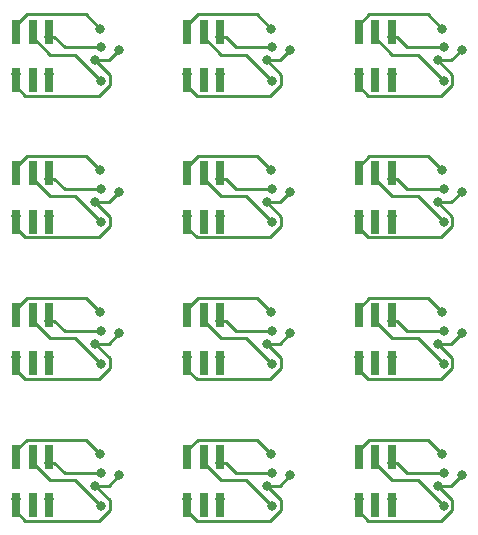
<source format=gbr>
G04 #@! TF.GenerationSoftware,KiCad,Pcbnew,5.0.2-bee76a0~70~ubuntu18.04.1*
G04 #@! TF.CreationDate,2020-02-19T12:34:17+01:00*
G04 #@! TF.ProjectId,output.schmitt_trigger_adapter,6f757470-7574-42e7-9363-686d6974745f,rev?*
G04 #@! TF.SameCoordinates,Original*
G04 #@! TF.FileFunction,Copper,L1,Top*
G04 #@! TF.FilePolarity,Positive*
%FSLAX46Y46*%
G04 Gerber Fmt 4.6, Leading zero omitted, Abs format (unit mm)*
G04 Created by KiCad (PCBNEW 5.0.2-bee76a0~70~ubuntu18.04.1) date Wed 19 Feb 2020 12:34:17 PM CET*
%MOMM*%
%LPD*%
G01*
G04 APERTURE LIST*
G04 #@! TA.AperFunction,SMDPad,CuDef*
%ADD10R,0.700000X2.000000*%
G04 #@! TD*
G04 #@! TA.AperFunction,ViaPad*
%ADD11C,0.800000*%
G04 #@! TD*
G04 #@! TA.AperFunction,Conductor*
%ADD12C,0.250000*%
G04 #@! TD*
G04 APERTURE END LIST*
D10*
G04 #@! TO.P,J1,1*
G04 #@! TO.N,+3V3*
X165700000Y-109950000D03*
G04 #@! TO.P,J1,2*
G04 #@! TO.N,/E1_filtered*
X164300000Y-109950000D03*
G04 #@! TO.P,J1,3*
G04 #@! TO.N,/E0_filtered*
X162900000Y-109950000D03*
G04 #@! TO.P,J1,4*
G04 #@! TO.N,GND*
X162900000Y-114050000D03*
G04 #@! TO.P,J1,6*
G04 #@! TO.N,/LED*
X165700000Y-114050000D03*
G04 #@! TO.P,J1,5*
G04 #@! TO.N,Net-(J1-Pad5)*
X164300000Y-114050000D03*
G04 #@! TD*
G04 #@! TO.P,J1,1*
G04 #@! TO.N,+3V3*
X151200000Y-109950000D03*
G04 #@! TO.P,J1,2*
G04 #@! TO.N,/E1_filtered*
X149800000Y-109950000D03*
G04 #@! TO.P,J1,3*
G04 #@! TO.N,/E0_filtered*
X148400000Y-109950000D03*
G04 #@! TO.P,J1,4*
G04 #@! TO.N,GND*
X148400000Y-114050000D03*
G04 #@! TO.P,J1,6*
G04 #@! TO.N,/LED*
X151200000Y-114050000D03*
G04 #@! TO.P,J1,5*
G04 #@! TO.N,Net-(J1-Pad5)*
X149800000Y-114050000D03*
G04 #@! TD*
G04 #@! TO.P,J1,1*
G04 #@! TO.N,+3V3*
X136700000Y-109950000D03*
G04 #@! TO.P,J1,2*
G04 #@! TO.N,/E1_filtered*
X135300000Y-109950000D03*
G04 #@! TO.P,J1,3*
G04 #@! TO.N,/E0_filtered*
X133900000Y-109950000D03*
G04 #@! TO.P,J1,4*
G04 #@! TO.N,GND*
X133900000Y-114050000D03*
G04 #@! TO.P,J1,6*
G04 #@! TO.N,/LED*
X136700000Y-114050000D03*
G04 #@! TO.P,J1,5*
G04 #@! TO.N,Net-(J1-Pad5)*
X135300000Y-114050000D03*
G04 #@! TD*
G04 #@! TO.P,J1,1*
G04 #@! TO.N,+3V3*
X165700000Y-97950000D03*
G04 #@! TO.P,J1,2*
G04 #@! TO.N,/E1_filtered*
X164300000Y-97950000D03*
G04 #@! TO.P,J1,3*
G04 #@! TO.N,/E0_filtered*
X162900000Y-97950000D03*
G04 #@! TO.P,J1,4*
G04 #@! TO.N,GND*
X162900000Y-102050000D03*
G04 #@! TO.P,J1,6*
G04 #@! TO.N,/LED*
X165700000Y-102050000D03*
G04 #@! TO.P,J1,5*
G04 #@! TO.N,Net-(J1-Pad5)*
X164300000Y-102050000D03*
G04 #@! TD*
G04 #@! TO.P,J1,1*
G04 #@! TO.N,+3V3*
X151200000Y-97950000D03*
G04 #@! TO.P,J1,2*
G04 #@! TO.N,/E1_filtered*
X149800000Y-97950000D03*
G04 #@! TO.P,J1,3*
G04 #@! TO.N,/E0_filtered*
X148400000Y-97950000D03*
G04 #@! TO.P,J1,4*
G04 #@! TO.N,GND*
X148400000Y-102050000D03*
G04 #@! TO.P,J1,6*
G04 #@! TO.N,/LED*
X151200000Y-102050000D03*
G04 #@! TO.P,J1,5*
G04 #@! TO.N,Net-(J1-Pad5)*
X149800000Y-102050000D03*
G04 #@! TD*
G04 #@! TO.P,J1,1*
G04 #@! TO.N,+3V3*
X136700000Y-97950000D03*
G04 #@! TO.P,J1,2*
G04 #@! TO.N,/E1_filtered*
X135300000Y-97950000D03*
G04 #@! TO.P,J1,3*
G04 #@! TO.N,/E0_filtered*
X133900000Y-97950000D03*
G04 #@! TO.P,J1,4*
G04 #@! TO.N,GND*
X133900000Y-102050000D03*
G04 #@! TO.P,J1,6*
G04 #@! TO.N,/LED*
X136700000Y-102050000D03*
G04 #@! TO.P,J1,5*
G04 #@! TO.N,Net-(J1-Pad5)*
X135300000Y-102050000D03*
G04 #@! TD*
G04 #@! TO.P,J1,1*
G04 #@! TO.N,+3V3*
X165700000Y-85950000D03*
G04 #@! TO.P,J1,2*
G04 #@! TO.N,/E1_filtered*
X164300000Y-85950000D03*
G04 #@! TO.P,J1,3*
G04 #@! TO.N,/E0_filtered*
X162900000Y-85950000D03*
G04 #@! TO.P,J1,4*
G04 #@! TO.N,GND*
X162900000Y-90050000D03*
G04 #@! TO.P,J1,6*
G04 #@! TO.N,/LED*
X165700000Y-90050000D03*
G04 #@! TO.P,J1,5*
G04 #@! TO.N,Net-(J1-Pad5)*
X164300000Y-90050000D03*
G04 #@! TD*
G04 #@! TO.P,J1,1*
G04 #@! TO.N,+3V3*
X151200000Y-85950000D03*
G04 #@! TO.P,J1,2*
G04 #@! TO.N,/E1_filtered*
X149800000Y-85950000D03*
G04 #@! TO.P,J1,3*
G04 #@! TO.N,/E0_filtered*
X148400000Y-85950000D03*
G04 #@! TO.P,J1,4*
G04 #@! TO.N,GND*
X148400000Y-90050000D03*
G04 #@! TO.P,J1,6*
G04 #@! TO.N,/LED*
X151200000Y-90050000D03*
G04 #@! TO.P,J1,5*
G04 #@! TO.N,Net-(J1-Pad5)*
X149800000Y-90050000D03*
G04 #@! TD*
G04 #@! TO.P,J1,1*
G04 #@! TO.N,+3V3*
X136700000Y-85950000D03*
G04 #@! TO.P,J1,2*
G04 #@! TO.N,/E1_filtered*
X135300000Y-85950000D03*
G04 #@! TO.P,J1,3*
G04 #@! TO.N,/E0_filtered*
X133900000Y-85950000D03*
G04 #@! TO.P,J1,4*
G04 #@! TO.N,GND*
X133900000Y-90050000D03*
G04 #@! TO.P,J1,6*
G04 #@! TO.N,/LED*
X136700000Y-90050000D03*
G04 #@! TO.P,J1,5*
G04 #@! TO.N,Net-(J1-Pad5)*
X135300000Y-90050000D03*
G04 #@! TD*
G04 #@! TO.P,J1,1*
G04 #@! TO.N,+3V3*
X165700000Y-73950000D03*
G04 #@! TO.P,J1,2*
G04 #@! TO.N,/E1_filtered*
X164300000Y-73950000D03*
G04 #@! TO.P,J1,3*
G04 #@! TO.N,/E0_filtered*
X162900000Y-73950000D03*
G04 #@! TO.P,J1,4*
G04 #@! TO.N,GND*
X162900000Y-78050000D03*
G04 #@! TO.P,J1,6*
G04 #@! TO.N,/LED*
X165700000Y-78050000D03*
G04 #@! TO.P,J1,5*
G04 #@! TO.N,Net-(J1-Pad5)*
X164300000Y-78050000D03*
G04 #@! TD*
G04 #@! TO.P,J1,1*
G04 #@! TO.N,+3V3*
X151200000Y-73950000D03*
G04 #@! TO.P,J1,2*
G04 #@! TO.N,/E1_filtered*
X149800000Y-73950000D03*
G04 #@! TO.P,J1,3*
G04 #@! TO.N,/E0_filtered*
X148400000Y-73950000D03*
G04 #@! TO.P,J1,4*
G04 #@! TO.N,GND*
X148400000Y-78050000D03*
G04 #@! TO.P,J1,6*
G04 #@! TO.N,/LED*
X151200000Y-78050000D03*
G04 #@! TO.P,J1,5*
G04 #@! TO.N,Net-(J1-Pad5)*
X149800000Y-78050000D03*
G04 #@! TD*
G04 #@! TO.P,J1,5*
G04 #@! TO.N,Net-(J1-Pad5)*
X135300000Y-78050000D03*
G04 #@! TO.P,J1,6*
G04 #@! TO.N,/LED*
X136700000Y-78050000D03*
G04 #@! TO.P,J1,4*
G04 #@! TO.N,GND*
X133900000Y-78050000D03*
G04 #@! TO.P,J1,3*
G04 #@! TO.N,/E0_filtered*
X133900000Y-73950000D03*
G04 #@! TO.P,J1,2*
G04 #@! TO.N,/E1_filtered*
X135300000Y-73950000D03*
G04 #@! TO.P,J1,1*
G04 #@! TO.N,+3V3*
X136700000Y-73950000D03*
G04 #@! TD*
D11*
G04 #@! TO.N,GND*
X133900000Y-77550000D03*
X142625000Y-75500000D03*
X140600000Y-76400000D03*
X148400000Y-77550000D03*
X162900000Y-77550000D03*
X133900000Y-89550000D03*
X148400000Y-89550000D03*
X162900000Y-89550000D03*
X133900000Y-101550000D03*
X148400000Y-101550000D03*
X162900000Y-101550000D03*
X133900000Y-113550000D03*
X148400000Y-113550000D03*
X162900000Y-113550000D03*
X157125000Y-75500000D03*
X171625000Y-75500000D03*
X142625000Y-87500000D03*
X157125000Y-87500000D03*
X171625000Y-87500000D03*
X142625000Y-99500000D03*
X157125000Y-99500000D03*
X171625000Y-99500000D03*
X142625000Y-111500000D03*
X157125000Y-111500000D03*
X171625000Y-111500000D03*
X155100000Y-76400000D03*
X169600000Y-76400000D03*
X140600000Y-88400000D03*
X155100000Y-88400000D03*
X169600000Y-88400000D03*
X140600000Y-100400000D03*
X155100000Y-100400000D03*
X169600000Y-100400000D03*
X140600000Y-112400000D03*
X155100000Y-112400000D03*
X169600000Y-112400000D03*
G04 #@! TO.N,/LED*
X136700000Y-77550000D03*
X151200000Y-77550000D03*
X165700000Y-77550000D03*
X136700000Y-89550000D03*
X151200000Y-89550000D03*
X165700000Y-89550000D03*
X136700000Y-101550000D03*
X151200000Y-101550000D03*
X165700000Y-101550000D03*
X136700000Y-113550000D03*
X151200000Y-113550000D03*
X165700000Y-113550000D03*
G04 #@! TO.N,+3V3*
X141100000Y-75300000D03*
X136700000Y-74450000D03*
X155600000Y-75300000D03*
X170100000Y-75300000D03*
X141100000Y-87300000D03*
X155600000Y-87300000D03*
X170100000Y-87300000D03*
X141100000Y-99300000D03*
X155600000Y-99300000D03*
X170100000Y-99300000D03*
X141100000Y-111300000D03*
X155600000Y-111300000D03*
X170100000Y-111300000D03*
X151200000Y-74450000D03*
X165700000Y-74450000D03*
X136700000Y-86450000D03*
X151200000Y-86450000D03*
X165700000Y-86450000D03*
X136700000Y-98450000D03*
X151200000Y-98450000D03*
X165700000Y-98450000D03*
X136700000Y-110450000D03*
X151200000Y-110450000D03*
X165700000Y-110450000D03*
G04 #@! TO.N,/E0_filtered*
X141000000Y-73700000D03*
X155500000Y-73700000D03*
X170000000Y-73700000D03*
X141000000Y-85700000D03*
X155500000Y-85700000D03*
X170000000Y-85700000D03*
X141000000Y-97700000D03*
X155500000Y-97700000D03*
X170000000Y-97700000D03*
X141000000Y-109700000D03*
X155500000Y-109700000D03*
X170000000Y-109700000D03*
G04 #@! TO.N,/E1_filtered*
X141100000Y-78100000D03*
X155600000Y-78100000D03*
X170100000Y-78100000D03*
X141100000Y-90100000D03*
X155600000Y-90100000D03*
X170100000Y-90100000D03*
X141100000Y-102100000D03*
X155600000Y-102100000D03*
X170100000Y-102100000D03*
X141100000Y-114100000D03*
X155600000Y-114100000D03*
X170100000Y-114100000D03*
G04 #@! TD*
D12*
G04 #@! TO.N,GND*
X142625000Y-75500000D02*
X141725000Y-76400000D01*
X141725000Y-76400000D02*
X140600000Y-76400000D01*
X133900000Y-78585002D02*
X133900000Y-77550000D01*
X134689999Y-79375001D02*
X133900000Y-78585002D01*
X141825001Y-78448001D02*
X140898001Y-79375001D01*
X141825001Y-77625001D02*
X141825001Y-78448001D01*
X140898001Y-79375001D02*
X134689999Y-79375001D01*
X140600000Y-76400000D02*
X141825001Y-77625001D01*
X157125000Y-75500000D02*
X156225000Y-76400000D01*
X171625000Y-75500000D02*
X170725000Y-76400000D01*
X142625000Y-87500000D02*
X141725000Y-88400000D01*
X157125000Y-87500000D02*
X156225000Y-88400000D01*
X171625000Y-87500000D02*
X170725000Y-88400000D01*
X142625000Y-99500000D02*
X141725000Y-100400000D01*
X157125000Y-99500000D02*
X156225000Y-100400000D01*
X171625000Y-99500000D02*
X170725000Y-100400000D01*
X142625000Y-111500000D02*
X141725000Y-112400000D01*
X157125000Y-111500000D02*
X156225000Y-112400000D01*
X171625000Y-111500000D02*
X170725000Y-112400000D01*
X156225000Y-76400000D02*
X155100000Y-76400000D01*
X170725000Y-76400000D02*
X169600000Y-76400000D01*
X141725000Y-88400000D02*
X140600000Y-88400000D01*
X156225000Y-88400000D02*
X155100000Y-88400000D01*
X170725000Y-88400000D02*
X169600000Y-88400000D01*
X141725000Y-100400000D02*
X140600000Y-100400000D01*
X156225000Y-100400000D02*
X155100000Y-100400000D01*
X170725000Y-100400000D02*
X169600000Y-100400000D01*
X141725000Y-112400000D02*
X140600000Y-112400000D01*
X156225000Y-112400000D02*
X155100000Y-112400000D01*
X170725000Y-112400000D02*
X169600000Y-112400000D01*
X148400000Y-78585002D02*
X148400000Y-77550000D01*
X162900000Y-78585002D02*
X162900000Y-77550000D01*
X133900000Y-90585002D02*
X133900000Y-89550000D01*
X148400000Y-90585002D02*
X148400000Y-89550000D01*
X162900000Y-90585002D02*
X162900000Y-89550000D01*
X133900000Y-102585002D02*
X133900000Y-101550000D01*
X148400000Y-102585002D02*
X148400000Y-101550000D01*
X162900000Y-102585002D02*
X162900000Y-101550000D01*
X133900000Y-114585002D02*
X133900000Y-113550000D01*
X148400000Y-114585002D02*
X148400000Y-113550000D01*
X162900000Y-114585002D02*
X162900000Y-113550000D01*
X149189999Y-79375001D02*
X148400000Y-78585002D01*
X163689999Y-79375001D02*
X162900000Y-78585002D01*
X134689999Y-91375001D02*
X133900000Y-90585002D01*
X149189999Y-91375001D02*
X148400000Y-90585002D01*
X163689999Y-91375001D02*
X162900000Y-90585002D01*
X134689999Y-103375001D02*
X133900000Y-102585002D01*
X149189999Y-103375001D02*
X148400000Y-102585002D01*
X163689999Y-103375001D02*
X162900000Y-102585002D01*
X134689999Y-115375001D02*
X133900000Y-114585002D01*
X149189999Y-115375001D02*
X148400000Y-114585002D01*
X163689999Y-115375001D02*
X162900000Y-114585002D01*
X156325001Y-78448001D02*
X155398001Y-79375001D01*
X170825001Y-78448001D02*
X169898001Y-79375001D01*
X141825001Y-90448001D02*
X140898001Y-91375001D01*
X156325001Y-90448001D02*
X155398001Y-91375001D01*
X170825001Y-90448001D02*
X169898001Y-91375001D01*
X141825001Y-102448001D02*
X140898001Y-103375001D01*
X156325001Y-102448001D02*
X155398001Y-103375001D01*
X170825001Y-102448001D02*
X169898001Y-103375001D01*
X141825001Y-114448001D02*
X140898001Y-115375001D01*
X156325001Y-114448001D02*
X155398001Y-115375001D01*
X170825001Y-114448001D02*
X169898001Y-115375001D01*
X156325001Y-77625001D02*
X156325001Y-78448001D01*
X170825001Y-77625001D02*
X170825001Y-78448001D01*
X141825001Y-89625001D02*
X141825001Y-90448001D01*
X156325001Y-89625001D02*
X156325001Y-90448001D01*
X170825001Y-89625001D02*
X170825001Y-90448001D01*
X141825001Y-101625001D02*
X141825001Y-102448001D01*
X156325001Y-101625001D02*
X156325001Y-102448001D01*
X170825001Y-101625001D02*
X170825001Y-102448001D01*
X141825001Y-113625001D02*
X141825001Y-114448001D01*
X156325001Y-113625001D02*
X156325001Y-114448001D01*
X170825001Y-113625001D02*
X170825001Y-114448001D01*
X155398001Y-79375001D02*
X149189999Y-79375001D01*
X169898001Y-79375001D02*
X163689999Y-79375001D01*
X140898001Y-91375001D02*
X134689999Y-91375001D01*
X155398001Y-91375001D02*
X149189999Y-91375001D01*
X169898001Y-91375001D02*
X163689999Y-91375001D01*
X140898001Y-103375001D02*
X134689999Y-103375001D01*
X155398001Y-103375001D02*
X149189999Y-103375001D01*
X169898001Y-103375001D02*
X163689999Y-103375001D01*
X140898001Y-115375001D02*
X134689999Y-115375001D01*
X155398001Y-115375001D02*
X149189999Y-115375001D01*
X169898001Y-115375001D02*
X163689999Y-115375001D01*
X155100000Y-76400000D02*
X156325001Y-77625001D01*
X169600000Y-76400000D02*
X170825001Y-77625001D01*
X140600000Y-88400000D02*
X141825001Y-89625001D01*
X155100000Y-88400000D02*
X156325001Y-89625001D01*
X169600000Y-88400000D02*
X170825001Y-89625001D01*
X140600000Y-100400000D02*
X141825001Y-101625001D01*
X155100000Y-100400000D02*
X156325001Y-101625001D01*
X169600000Y-100400000D02*
X170825001Y-101625001D01*
X140600000Y-112400000D02*
X141825001Y-113625001D01*
X155100000Y-112400000D02*
X156325001Y-113625001D01*
X169600000Y-112400000D02*
X170825001Y-113625001D01*
G04 #@! TO.N,+3V3*
X136700000Y-74450000D02*
X137150000Y-74450000D01*
X137150000Y-74450000D02*
X138000000Y-75300000D01*
X138000000Y-75300000D02*
X141100000Y-75300000D01*
X151200000Y-74450000D02*
X151650000Y-74450000D01*
X165700000Y-74450000D02*
X166150000Y-74450000D01*
X136700000Y-86450000D02*
X137150000Y-86450000D01*
X151200000Y-86450000D02*
X151650000Y-86450000D01*
X165700000Y-86450000D02*
X166150000Y-86450000D01*
X136700000Y-98450000D02*
X137150000Y-98450000D01*
X151200000Y-98450000D02*
X151650000Y-98450000D01*
X165700000Y-98450000D02*
X166150000Y-98450000D01*
X136700000Y-110450000D02*
X137150000Y-110450000D01*
X151200000Y-110450000D02*
X151650000Y-110450000D01*
X165700000Y-110450000D02*
X166150000Y-110450000D01*
X151650000Y-74450000D02*
X152500000Y-75300000D01*
X166150000Y-74450000D02*
X167000000Y-75300000D01*
X137150000Y-86450000D02*
X138000000Y-87300000D01*
X151650000Y-86450000D02*
X152500000Y-87300000D01*
X166150000Y-86450000D02*
X167000000Y-87300000D01*
X137150000Y-98450000D02*
X138000000Y-99300000D01*
X151650000Y-98450000D02*
X152500000Y-99300000D01*
X166150000Y-98450000D02*
X167000000Y-99300000D01*
X137150000Y-110450000D02*
X138000000Y-111300000D01*
X151650000Y-110450000D02*
X152500000Y-111300000D01*
X166150000Y-110450000D02*
X167000000Y-111300000D01*
X152500000Y-75300000D02*
X155600000Y-75300000D01*
X167000000Y-75300000D02*
X170100000Y-75300000D01*
X138000000Y-87300000D02*
X141100000Y-87300000D01*
X152500000Y-87300000D02*
X155600000Y-87300000D01*
X167000000Y-87300000D02*
X170100000Y-87300000D01*
X138000000Y-99300000D02*
X141100000Y-99300000D01*
X152500000Y-99300000D02*
X155600000Y-99300000D01*
X167000000Y-99300000D02*
X170100000Y-99300000D01*
X138000000Y-111300000D02*
X141100000Y-111300000D01*
X152500000Y-111300000D02*
X155600000Y-111300000D01*
X167000000Y-111300000D02*
X170100000Y-111300000D01*
G04 #@! TO.N,/E0_filtered*
X141000000Y-73700000D02*
X139800000Y-72500000D01*
X133900000Y-73414998D02*
X133900000Y-74450000D01*
X134814998Y-72500000D02*
X133900000Y-73414998D01*
X139800000Y-72500000D02*
X134814998Y-72500000D01*
X155500000Y-73700000D02*
X154300000Y-72500000D01*
X170000000Y-73700000D02*
X168800000Y-72500000D01*
X141000000Y-85700000D02*
X139800000Y-84500000D01*
X155500000Y-85700000D02*
X154300000Y-84500000D01*
X170000000Y-85700000D02*
X168800000Y-84500000D01*
X141000000Y-97700000D02*
X139800000Y-96500000D01*
X155500000Y-97700000D02*
X154300000Y-96500000D01*
X170000000Y-97700000D02*
X168800000Y-96500000D01*
X141000000Y-109700000D02*
X139800000Y-108500000D01*
X155500000Y-109700000D02*
X154300000Y-108500000D01*
X170000000Y-109700000D02*
X168800000Y-108500000D01*
X148400000Y-73414998D02*
X148400000Y-74450000D01*
X162900000Y-73414998D02*
X162900000Y-74450000D01*
X133900000Y-85414998D02*
X133900000Y-86450000D01*
X148400000Y-85414998D02*
X148400000Y-86450000D01*
X162900000Y-85414998D02*
X162900000Y-86450000D01*
X133900000Y-97414998D02*
X133900000Y-98450000D01*
X148400000Y-97414998D02*
X148400000Y-98450000D01*
X162900000Y-97414998D02*
X162900000Y-98450000D01*
X133900000Y-109414998D02*
X133900000Y-110450000D01*
X148400000Y-109414998D02*
X148400000Y-110450000D01*
X162900000Y-109414998D02*
X162900000Y-110450000D01*
X149314998Y-72500000D02*
X148400000Y-73414998D01*
X163814998Y-72500000D02*
X162900000Y-73414998D01*
X134814998Y-84500000D02*
X133900000Y-85414998D01*
X149314998Y-84500000D02*
X148400000Y-85414998D01*
X163814998Y-84500000D02*
X162900000Y-85414998D01*
X134814998Y-96500000D02*
X133900000Y-97414998D01*
X149314998Y-96500000D02*
X148400000Y-97414998D01*
X163814998Y-96500000D02*
X162900000Y-97414998D01*
X134814998Y-108500000D02*
X133900000Y-109414998D01*
X149314998Y-108500000D02*
X148400000Y-109414998D01*
X163814998Y-108500000D02*
X162900000Y-109414998D01*
X154300000Y-72500000D02*
X149314998Y-72500000D01*
X168800000Y-72500000D02*
X163814998Y-72500000D01*
X139800000Y-84500000D02*
X134814998Y-84500000D01*
X154300000Y-84500000D02*
X149314998Y-84500000D01*
X168800000Y-84500000D02*
X163814998Y-84500000D01*
X139800000Y-96500000D02*
X134814998Y-96500000D01*
X154300000Y-96500000D02*
X149314998Y-96500000D01*
X168800000Y-96500000D02*
X163814998Y-96500000D01*
X139800000Y-108500000D02*
X134814998Y-108500000D01*
X154300000Y-108500000D02*
X149314998Y-108500000D01*
X168800000Y-108500000D02*
X163814998Y-108500000D01*
G04 #@! TO.N,/E1_filtered*
X141100000Y-78100000D02*
X138900000Y-75900000D01*
X136750000Y-75900000D02*
X135300000Y-74450000D01*
X138900000Y-75900000D02*
X136750000Y-75900000D01*
X155600000Y-78100000D02*
X153400000Y-75900000D01*
X170100000Y-78100000D02*
X167900000Y-75900000D01*
X141100000Y-90100000D02*
X138900000Y-87900000D01*
X155600000Y-90100000D02*
X153400000Y-87900000D01*
X170100000Y-90100000D02*
X167900000Y-87900000D01*
X141100000Y-102100000D02*
X138900000Y-99900000D01*
X155600000Y-102100000D02*
X153400000Y-99900000D01*
X170100000Y-102100000D02*
X167900000Y-99900000D01*
X141100000Y-114100000D02*
X138900000Y-111900000D01*
X155600000Y-114100000D02*
X153400000Y-111900000D01*
X170100000Y-114100000D02*
X167900000Y-111900000D01*
X151250000Y-75900000D02*
X149800000Y-74450000D01*
X165750000Y-75900000D02*
X164300000Y-74450000D01*
X136750000Y-87900000D02*
X135300000Y-86450000D01*
X151250000Y-87900000D02*
X149800000Y-86450000D01*
X165750000Y-87900000D02*
X164300000Y-86450000D01*
X136750000Y-99900000D02*
X135300000Y-98450000D01*
X151250000Y-99900000D02*
X149800000Y-98450000D01*
X165750000Y-99900000D02*
X164300000Y-98450000D01*
X136750000Y-111900000D02*
X135300000Y-110450000D01*
X151250000Y-111900000D02*
X149800000Y-110450000D01*
X165750000Y-111900000D02*
X164300000Y-110450000D01*
X153400000Y-75900000D02*
X151250000Y-75900000D01*
X167900000Y-75900000D02*
X165750000Y-75900000D01*
X138900000Y-87900000D02*
X136750000Y-87900000D01*
X153400000Y-87900000D02*
X151250000Y-87900000D01*
X167900000Y-87900000D02*
X165750000Y-87900000D01*
X138900000Y-99900000D02*
X136750000Y-99900000D01*
X153400000Y-99900000D02*
X151250000Y-99900000D01*
X167900000Y-99900000D02*
X165750000Y-99900000D01*
X138900000Y-111900000D02*
X136750000Y-111900000D01*
X153400000Y-111900000D02*
X151250000Y-111900000D01*
X167900000Y-111900000D02*
X165750000Y-111900000D01*
G04 #@! TD*
M02*

</source>
